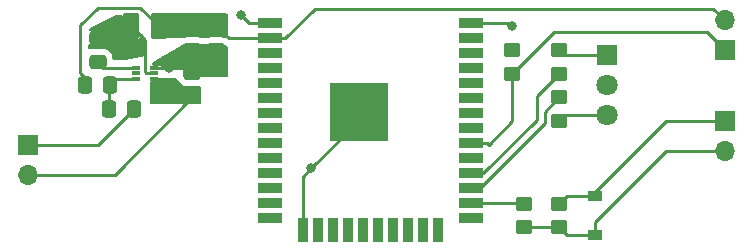
<source format=gbr>
%TF.GenerationSoftware,KiCad,Pcbnew,6.0.8-f2edbf62ab~116~ubuntu22.04.1*%
%TF.CreationDate,2022-10-16T01:51:03-07:00*%
%TF.ProjectId,bracelet-pcb,62726163-656c-4657-942d-7063622e6b69,rev?*%
%TF.SameCoordinates,Original*%
%TF.FileFunction,Copper,L1,Top*%
%TF.FilePolarity,Positive*%
%FSLAX46Y46*%
G04 Gerber Fmt 4.6, Leading zero omitted, Abs format (unit mm)*
G04 Created by KiCad (PCBNEW 6.0.8-f2edbf62ab~116~ubuntu22.04.1) date 2022-10-16 01:51:03*
%MOMM*%
%LPD*%
G01*
G04 APERTURE LIST*
G04 Aperture macros list*
%AMRoundRect*
0 Rectangle with rounded corners*
0 $1 Rounding radius*
0 $2 $3 $4 $5 $6 $7 $8 $9 X,Y pos of 4 corners*
0 Add a 4 corners polygon primitive as box body*
4,1,4,$2,$3,$4,$5,$6,$7,$8,$9,$2,$3,0*
0 Add four circle primitives for the rounded corners*
1,1,$1+$1,$2,$3*
1,1,$1+$1,$4,$5*
1,1,$1+$1,$6,$7*
1,1,$1+$1,$8,$9*
0 Add four rect primitives between the rounded corners*
20,1,$1+$1,$2,$3,$4,$5,0*
20,1,$1+$1,$4,$5,$6,$7,0*
20,1,$1+$1,$6,$7,$8,$9,0*
20,1,$1+$1,$8,$9,$2,$3,0*%
G04 Aperture macros list end*
%TA.AperFunction,SMDPad,CuDef*%
%ADD10RoundRect,0.250000X0.450000X-0.350000X0.450000X0.350000X-0.450000X0.350000X-0.450000X-0.350000X0*%
%TD*%
%TA.AperFunction,SMDPad,CuDef*%
%ADD11RoundRect,0.250000X-0.450000X0.350000X-0.450000X-0.350000X0.450000X-0.350000X0.450000X0.350000X0*%
%TD*%
%TA.AperFunction,SMDPad,CuDef*%
%ADD12R,1.200000X0.900000*%
%TD*%
%TA.AperFunction,ComponentPad*%
%ADD13O,1.700000X1.700000*%
%TD*%
%TA.AperFunction,ComponentPad*%
%ADD14R,1.700000X1.700000*%
%TD*%
%TA.AperFunction,SMDPad,CuDef*%
%ADD15R,2.000000X0.900000*%
%TD*%
%TA.AperFunction,SMDPad,CuDef*%
%ADD16R,0.900000X2.000000*%
%TD*%
%TA.AperFunction,SMDPad,CuDef*%
%ADD17R,5.000000X5.000000*%
%TD*%
%TA.AperFunction,SMDPad,CuDef*%
%ADD18R,0.700000X0.340000*%
%TD*%
%TA.AperFunction,SMDPad,CuDef*%
%ADD19RoundRect,0.250000X-0.337500X-0.475000X0.337500X-0.475000X0.337500X0.475000X-0.337500X0.475000X0*%
%TD*%
%TA.AperFunction,SMDPad,CuDef*%
%ADD20RoundRect,0.250001X-0.462499X-0.849999X0.462499X-0.849999X0.462499X0.849999X-0.462499X0.849999X0*%
%TD*%
%TA.AperFunction,ComponentPad*%
%ADD21R,1.800000X1.800000*%
%TD*%
%TA.AperFunction,ComponentPad*%
%ADD22C,1.800000*%
%TD*%
%TA.AperFunction,SMDPad,CuDef*%
%ADD23RoundRect,0.250000X-0.475000X0.337500X-0.475000X-0.337500X0.475000X-0.337500X0.475000X0.337500X0*%
%TD*%
%TA.AperFunction,SMDPad,CuDef*%
%ADD24RoundRect,0.250000X0.475000X-0.337500X0.475000X0.337500X-0.475000X0.337500X-0.475000X-0.337500X0*%
%TD*%
%TA.AperFunction,ViaPad*%
%ADD25C,0.800000*%
%TD*%
%TA.AperFunction,Conductor*%
%ADD26C,0.250000*%
%TD*%
G04 APERTURE END LIST*
D10*
%TO.P,R7,1*%
%TO.N,Net-(U2-Pad30)*%
X139000000Y-113000000D03*
%TO.P,R7,2*%
%TO.N,GND*%
X139000000Y-111000000D03*
%TD*%
%TO.P,R6,1*%
%TO.N,Net-(R5-Pad2)*%
X143000000Y-126000000D03*
%TO.P,R6,2*%
%TO.N,GND*%
X143000000Y-124000000D03*
%TD*%
D11*
%TO.P,R5,1*%
%TO.N,Net-(U2-Pad26)*%
X140000000Y-124000000D03*
%TO.P,R5,2*%
%TO.N,Net-(R5-Pad2)*%
X140000000Y-126000000D03*
%TD*%
D12*
%TO.P,D2,1,K*%
%TO.N,Net-(R5-Pad2)*%
X146000000Y-126650000D03*
%TO.P,D2,2,A*%
%TO.N,GND*%
X146000000Y-123350000D03*
%TD*%
D13*
%TO.P,J3,2,Pin_2*%
%TO.N,+3.3V*%
X157000000Y-108460000D03*
D14*
%TO.P,J3,1,Pin_1*%
%TO.N,Net-(U2-Pad30)*%
X157000000Y-111000000D03*
%TD*%
D13*
%TO.P,J2,2,Pin_2*%
%TO.N,Net-(R5-Pad2)*%
X157000000Y-119540000D03*
D14*
%TO.P,J2,1,Pin_1*%
%TO.N,GND*%
X157000000Y-117000000D03*
%TD*%
%TO.P,J1,1,Pin_1*%
%TO.N,GND*%
X98000000Y-119000000D03*
D13*
%TO.P,J1,2,Pin_2*%
%TO.N,+9V*%
X98000000Y-121540000D03*
%TD*%
D15*
%TO.P,U2,1,GND*%
%TO.N,GND*%
X118500000Y-108745000D03*
%TO.P,U2,2,VDD*%
%TO.N,+3.3V*%
X118500000Y-110015000D03*
%TO.P,U2,3,EN*%
%TO.N,unconnected-(U2-Pad3)*%
X118500000Y-111285000D03*
%TO.P,U2,4,SENSOR_VP*%
%TO.N,unconnected-(U2-Pad4)*%
X118500000Y-112555000D03*
%TO.P,U2,5,SENSOR_VN*%
%TO.N,unconnected-(U2-Pad5)*%
X118500000Y-113825000D03*
%TO.P,U2,6,IO34*%
%TO.N,unconnected-(U2-Pad6)*%
X118500000Y-115095000D03*
%TO.P,U2,7,IO35*%
%TO.N,unconnected-(U2-Pad7)*%
X118500000Y-116365000D03*
%TO.P,U2,8,IO32*%
%TO.N,unconnected-(U2-Pad8)*%
X118500000Y-117635000D03*
%TO.P,U2,9,IO33*%
%TO.N,unconnected-(U2-Pad9)*%
X118500000Y-118905000D03*
%TO.P,U2,10,IO25*%
%TO.N,unconnected-(U2-Pad10)*%
X118500000Y-120175000D03*
%TO.P,U2,11,IO26*%
%TO.N,unconnected-(U2-Pad11)*%
X118500000Y-121445000D03*
%TO.P,U2,12,IO27*%
%TO.N,unconnected-(U2-Pad12)*%
X118500000Y-122715000D03*
%TO.P,U2,13,IO14*%
%TO.N,unconnected-(U2-Pad13)*%
X118500000Y-123985000D03*
%TO.P,U2,14,IO12*%
%TO.N,unconnected-(U2-Pad14)*%
X118500000Y-125255000D03*
D16*
%TO.P,U2,15,GND*%
%TO.N,GND*%
X121285000Y-126255000D03*
%TO.P,U2,16,IO13*%
%TO.N,unconnected-(U2-Pad16)*%
X122555000Y-126255000D03*
%TO.P,U2,17,SHD/SD2*%
%TO.N,unconnected-(U2-Pad17)*%
X123825000Y-126255000D03*
%TO.P,U2,18,SWP/SD3*%
%TO.N,unconnected-(U2-Pad18)*%
X125095000Y-126255000D03*
%TO.P,U2,19,SCS/CMD*%
%TO.N,unconnected-(U2-Pad19)*%
X126365000Y-126255000D03*
%TO.P,U2,20,SCK/CLK*%
%TO.N,unconnected-(U2-Pad20)*%
X127635000Y-126255000D03*
%TO.P,U2,21,SDO/SD0*%
%TO.N,unconnected-(U2-Pad21)*%
X128905000Y-126255000D03*
%TO.P,U2,22,SDI/SD1*%
%TO.N,unconnected-(U2-Pad22)*%
X130175000Y-126255000D03*
%TO.P,U2,23,IO15*%
%TO.N,unconnected-(U2-Pad23)*%
X131445000Y-126255000D03*
%TO.P,U2,24,IO2*%
%TO.N,unconnected-(U2-Pad24)*%
X132715000Y-126255000D03*
D15*
%TO.P,U2,25,IO0*%
%TO.N,unconnected-(U2-Pad25)*%
X135500000Y-125255000D03*
%TO.P,U2,26,IO4*%
%TO.N,Net-(U2-Pad26)*%
X135500000Y-123985000D03*
%TO.P,U2,27,IO16*%
%TO.N,Net-(R3-Pad2)*%
X135500000Y-122715000D03*
%TO.P,U2,28,IO17*%
%TO.N,Net-(R4-Pad1)*%
X135500000Y-121445000D03*
%TO.P,U2,29,IO5*%
%TO.N,unconnected-(U2-Pad29)*%
X135500000Y-120175000D03*
%TO.P,U2,30,IO18*%
%TO.N,Net-(U2-Pad30)*%
X135500000Y-118905000D03*
%TO.P,U2,31,IO19*%
%TO.N,unconnected-(U2-Pad31)*%
X135500000Y-117635000D03*
%TO.P,U2,32,NC*%
%TO.N,unconnected-(U2-Pad32)*%
X135500000Y-116365000D03*
%TO.P,U2,33,IO21*%
%TO.N,unconnected-(U2-Pad33)*%
X135500000Y-115095000D03*
%TO.P,U2,34,RXD0/IO3*%
%TO.N,unconnected-(U2-Pad34)*%
X135500000Y-113825000D03*
%TO.P,U2,35,TXD0/IO1*%
%TO.N,unconnected-(U2-Pad35)*%
X135500000Y-112555000D03*
%TO.P,U2,36,IO22*%
%TO.N,unconnected-(U2-Pad36)*%
X135500000Y-111285000D03*
%TO.P,U2,37,IO23*%
%TO.N,unconnected-(U2-Pad37)*%
X135500000Y-110015000D03*
%TO.P,U2,38,GND*%
%TO.N,GND*%
X135500000Y-108745000D03*
D17*
%TO.P,U2,39,GND*%
X126000000Y-116245000D03*
%TD*%
D18*
%TO.P,U1,6,FB*%
%TO.N,Net-(R1-Pad2)*%
X107166120Y-113475000D03*
%TO.P,U1,5,EN*%
%TO.N,unconnected-(U1-Pad5)*%
X107166120Y-112975000D03*
%TO.P,U1,4,BST*%
%TO.N,Net-(C4-Pad2)*%
X107166120Y-112475000D03*
%TO.P,U1,3,GND*%
%TO.N,GND*%
X108666120Y-112475000D03*
%TO.P,U1,2,SW*%
%TO.N,Net-(C4-Pad1)*%
X108666120Y-112975000D03*
%TO.P,U1,1,VIN*%
%TO.N,+9V*%
X108666120Y-113475000D03*
%TD*%
D10*
%TO.P,R4,1*%
%TO.N,Net-(R4-Pad1)*%
X143000000Y-113000000D03*
%TO.P,R4,2*%
%TO.N,Net-(D1-Pad1)*%
X143000000Y-111000000D03*
%TD*%
%TO.P,R3,1*%
%TO.N,Net-(D1-Pad3)*%
X143000000Y-117000000D03*
%TO.P,R3,2*%
%TO.N,Net-(R3-Pad2)*%
X143000000Y-115000000D03*
%TD*%
D19*
%TO.P,R2,2*%
%TO.N,GND*%
X106953620Y-115975000D03*
%TO.P,R2,1*%
%TO.N,Net-(R1-Pad2)*%
X104878620Y-115975000D03*
%TD*%
%TO.P,R1,2*%
%TO.N,Net-(R1-Pad2)*%
X104916120Y-113975000D03*
%TO.P,R1,1*%
%TO.N,+3.3V*%
X102841120Y-113975000D03*
%TD*%
D20*
%TO.P,L1,2,2*%
%TO.N,+3.3V*%
X109078620Y-108975000D03*
%TO.P,L1,1,1*%
%TO.N,Net-(C4-Pad1)*%
X106753620Y-108975000D03*
%TD*%
D21*
%TO.P,D1,1,A1*%
%TO.N,Net-(D1-Pad1)*%
X147000000Y-111450000D03*
D22*
%TO.P,D1,2,K*%
%TO.N,GND*%
X147000000Y-113990000D03*
%TO.P,D1,3,A2*%
%TO.N,Net-(D1-Pad3)*%
X147000000Y-116530000D03*
%TD*%
D23*
%TO.P,C4,2*%
%TO.N,Net-(C4-Pad2)*%
X103916120Y-112012500D03*
%TO.P,C4,1*%
%TO.N,Net-(C4-Pad1)*%
X103916120Y-109937500D03*
%TD*%
%TO.P,C3,2*%
%TO.N,GND*%
X111916120Y-111012500D03*
%TO.P,C3,1*%
%TO.N,+3.3V*%
X111916120Y-108937500D03*
%TD*%
%TO.P,C2,2*%
%TO.N,GND*%
X113916120Y-111012500D03*
%TO.P,C2,1*%
%TO.N,+3.3V*%
X113916120Y-108937500D03*
%TD*%
D24*
%TO.P,C1,2*%
%TO.N,GND*%
X111916120Y-112937500D03*
%TO.P,C1,1*%
%TO.N,+9V*%
X111916120Y-115012500D03*
%TD*%
D25*
%TO.N,GND*%
X139000000Y-109000000D03*
X116000000Y-108000000D03*
X122000000Y-121000000D03*
X109941120Y-112475000D03*
%TD*%
D26*
%TO.N,Net-(U2-Pad30)*%
X142500000Y-109500000D02*
X139400000Y-112600000D01*
X139400000Y-112600000D02*
X139400000Y-113165685D01*
X139400000Y-113165685D02*
X139282842Y-113282843D01*
X135500000Y-118905000D02*
X136905000Y-118905000D01*
X136905000Y-118905000D02*
X137000000Y-119000000D01*
X137000000Y-119000000D02*
X139000000Y-117000000D01*
X139000000Y-117000000D02*
X139000000Y-113565685D01*
X139000000Y-113565685D02*
X139282843Y-113282842D01*
X142500000Y-109500000D02*
X155500000Y-109500000D01*
X155500000Y-109500000D02*
X157000000Y-111000000D01*
%TO.N,+3.3V*%
X157000000Y-108460000D02*
X156040000Y-107500000D01*
X156040000Y-107500000D02*
X122265000Y-107500000D01*
X122265000Y-107500000D02*
X119750000Y-110015000D01*
X119750000Y-110015000D02*
X118500000Y-110015000D01*
%TO.N,Net-(R5-Pad2)*%
X152000000Y-119540000D02*
X157000000Y-119540000D01*
%TO.N,GND*%
X152000000Y-117000000D02*
X157000000Y-117000000D01*
%TO.N,+9V*%
X111916120Y-115012500D02*
X105388620Y-121540000D01*
X105388620Y-121540000D02*
X98000000Y-121540000D01*
%TO.N,GND*%
X106953620Y-115975000D02*
X103928620Y-119000000D01*
X103928620Y-119000000D02*
X98000000Y-119000000D01*
%TO.N,+3.3V*%
X113916120Y-108937500D02*
X114993620Y-110015000D01*
X114993620Y-110015000D02*
X118500000Y-110015000D01*
%TO.N,GND*%
X146000000Y-123350000D02*
X146000000Y-123000000D01*
X146000000Y-123000000D02*
X152000000Y-117000000D01*
X143000000Y-124000000D02*
X143650000Y-123350000D01*
X143650000Y-123350000D02*
X146000000Y-123350000D01*
%TO.N,Net-(R5-Pad2)*%
X146000000Y-126650000D02*
X146000000Y-125540000D01*
X146000000Y-125540000D02*
X152000000Y-119540000D01*
X143000000Y-126000000D02*
X143650000Y-126650000D01*
X143650000Y-126650000D02*
X146000000Y-126650000D01*
X140000000Y-126000000D02*
X143000000Y-126000000D01*
%TO.N,Net-(U2-Pad26)*%
X135500000Y-123985000D02*
X139985000Y-123985000D01*
X139985000Y-123985000D02*
X140000000Y-124000000D01*
%TO.N,Net-(R4-Pad1)*%
X143000000Y-113000000D02*
X141100000Y-114900000D01*
X141100000Y-114900000D02*
X141100000Y-116900000D01*
X141100000Y-116900000D02*
X136555000Y-121445000D01*
X136555000Y-121445000D02*
X135500000Y-121445000D01*
%TO.N,Net-(R3-Pad2)*%
X143000000Y-115000000D02*
X141800000Y-116200000D01*
X141800000Y-116200000D02*
X141800000Y-117200000D01*
X141800000Y-117200000D02*
X136285000Y-122715000D01*
X136285000Y-122715000D02*
X135500000Y-122715000D01*
%TO.N,Net-(D1-Pad3)*%
X143000000Y-117000000D02*
X143470000Y-116530000D01*
X143470000Y-116530000D02*
X147000000Y-116530000D01*
%TO.N,Net-(D1-Pad1)*%
X143000000Y-111000000D02*
X143450000Y-111450000D01*
X143450000Y-111450000D02*
X147000000Y-111450000D01*
%TO.N,GND*%
X139000000Y-109000000D02*
X138745000Y-108745000D01*
X138745000Y-108745000D02*
X135500000Y-108745000D01*
X126000000Y-116245000D02*
X126000000Y-117000000D01*
X126000000Y-117000000D02*
X122000000Y-121000000D01*
X121285000Y-126255000D02*
X121285000Y-121715000D01*
X121285000Y-121715000D02*
X122000000Y-121000000D01*
X118500000Y-108745000D02*
X116745000Y-108745000D01*
X116745000Y-108745000D02*
X116000000Y-108000000D01*
X109941120Y-112475000D02*
X111453620Y-112475000D01*
X108666120Y-112475000D02*
X109941120Y-112475000D01*
%TO.N,+3.3V*%
X102841120Y-113975000D02*
X102841120Y-113325000D01*
X102841120Y-113325000D02*
X102416120Y-112900000D01*
X102416120Y-112900000D02*
X102416120Y-108900000D01*
X102416120Y-108900000D02*
X103916120Y-107400000D01*
X103916120Y-107400000D02*
X107503620Y-107400000D01*
X107503620Y-107400000D02*
X109078620Y-108975000D01*
%TO.N,+9V*%
X111916120Y-115012500D02*
X110378620Y-113475000D01*
X110378620Y-113475000D02*
X108666120Y-113475000D01*
%TO.N,GND*%
X111453620Y-112475000D02*
X111916120Y-112937500D01*
X111916120Y-111012500D02*
X111916120Y-112937500D01*
X113916120Y-111012500D02*
X111916120Y-111012500D01*
%TO.N,+3.3V*%
X111916120Y-108937500D02*
X113916120Y-108937500D01*
X109078620Y-108975000D02*
X111878620Y-108975000D01*
X111878620Y-108975000D02*
X111916120Y-108937500D01*
%TO.N,Net-(C4-Pad1)*%
X106753620Y-108975000D02*
X104878620Y-108975000D01*
X104878620Y-108975000D02*
X103916120Y-109937500D01*
X108666120Y-112975000D02*
X107996120Y-112975000D01*
X107996120Y-112975000D02*
X107916120Y-112895000D01*
X107916120Y-112895000D02*
X107916120Y-110137500D01*
X107916120Y-110137500D02*
X106753620Y-108975000D01*
%TO.N,Net-(C4-Pad2)*%
X107166120Y-112475000D02*
X104378620Y-112475000D01*
X104378620Y-112475000D02*
X103916120Y-112012500D01*
%TO.N,Net-(R1-Pad2)*%
X107166120Y-113475000D02*
X105416120Y-113475000D01*
X105416120Y-113475000D02*
X104916120Y-113975000D01*
X104878620Y-115975000D02*
X104878620Y-114012500D01*
X104878620Y-114012500D02*
X104916120Y-113975000D01*
%TD*%
%TA.AperFunction,Conductor*%
%TO.N,Net-(C4-Pad1)*%
G36*
X105983241Y-108045502D02*
G01*
X106029734Y-108099158D01*
X106041120Y-108151500D01*
X106041120Y-108702885D01*
X106045595Y-108718124D01*
X106046985Y-108719329D01*
X106054668Y-108721000D01*
X106881620Y-108721000D01*
X106949741Y-108741002D01*
X106996234Y-108794658D01*
X107007620Y-108847000D01*
X107007620Y-110056884D01*
X107012095Y-110072123D01*
X107013485Y-110073328D01*
X107021168Y-110074999D01*
X107234554Y-110074999D01*
X107246814Y-110073791D01*
X107301490Y-110062917D01*
X107323986Y-110053599D01*
X107386044Y-110012133D01*
X107403253Y-109994924D01*
X107444720Y-109932864D01*
X107454036Y-109910373D01*
X107464913Y-109855691D01*
X107466120Y-109843436D01*
X107466120Y-109706811D01*
X107486122Y-109638690D01*
X107539778Y-109592197D01*
X107610052Y-109582093D01*
X107674632Y-109611587D01*
X107713016Y-109671313D01*
X107716120Y-109681885D01*
X107716120Y-109700000D01*
X107831067Y-109814947D01*
X107865093Y-109877259D01*
X107867299Y-109891039D01*
X107876479Y-109979518D01*
X107931864Y-110145528D01*
X107961347Y-110193171D01*
X107997264Y-110251213D01*
X108016120Y-110317516D01*
X108016120Y-111395922D01*
X107996118Y-111464043D01*
X107942462Y-111510536D01*
X107913917Y-111519655D01*
X106697196Y-111753639D01*
X106210508Y-111847233D01*
X106186713Y-111849500D01*
X105317810Y-111849500D01*
X105249689Y-111829498D01*
X105228715Y-111812595D01*
X105178525Y-111762405D01*
X105144499Y-111700093D01*
X105141620Y-111673310D01*
X105141620Y-111625134D01*
X105130761Y-111520481D01*
X105075376Y-111354471D01*
X104983286Y-111205655D01*
X104859431Y-111082016D01*
X104710454Y-110990186D01*
X104703505Y-110987881D01*
X104550879Y-110937256D01*
X104550877Y-110937255D01*
X104544348Y-110935090D01*
X104440986Y-110924500D01*
X103391254Y-110924500D01*
X103388008Y-110924837D01*
X103388004Y-110924837D01*
X103293459Y-110934647D01*
X103293455Y-110934648D01*
X103286601Y-110935359D01*
X103280064Y-110937540D01*
X103273322Y-110938996D01*
X103272940Y-110937226D01*
X103211038Y-110939477D01*
X103149957Y-110903289D01*
X103118136Y-110839823D01*
X103116120Y-110817371D01*
X103116120Y-110594244D01*
X103136122Y-110526123D01*
X103189778Y-110479630D01*
X103260052Y-110469526D01*
X103312121Y-110489478D01*
X103333259Y-110503602D01*
X103355743Y-110512915D01*
X103410429Y-110523793D01*
X103422683Y-110525000D01*
X103644005Y-110525000D01*
X103659244Y-110520525D01*
X103660449Y-110519135D01*
X103662120Y-110511452D01*
X103662120Y-110506885D01*
X104170120Y-110506885D01*
X104174595Y-110522124D01*
X104175985Y-110523329D01*
X104183668Y-110525000D01*
X104409557Y-110525000D01*
X104421811Y-110523793D01*
X104476497Y-110512915D01*
X104498982Y-110503602D01*
X104561044Y-110462133D01*
X104578253Y-110444924D01*
X104619722Y-110382862D01*
X104629035Y-110360377D01*
X104639913Y-110305691D01*
X104641120Y-110293437D01*
X104641120Y-110209615D01*
X104636645Y-110194376D01*
X104635255Y-110193171D01*
X104627572Y-110191500D01*
X104188235Y-110191500D01*
X104172996Y-110195975D01*
X104171791Y-110197365D01*
X104170120Y-110205048D01*
X104170120Y-110506885D01*
X103662120Y-110506885D01*
X103662120Y-109843434D01*
X106041121Y-109843434D01*
X106042329Y-109855694D01*
X106053203Y-109910370D01*
X106062521Y-109932866D01*
X106103987Y-109994924D01*
X106121196Y-110012133D01*
X106183256Y-110053600D01*
X106205747Y-110062916D01*
X106260429Y-110073793D01*
X106272684Y-110075000D01*
X106481505Y-110075000D01*
X106496744Y-110070525D01*
X106497949Y-110069135D01*
X106499620Y-110061452D01*
X106499620Y-109247115D01*
X106495145Y-109231876D01*
X106493755Y-109230671D01*
X106486072Y-109229000D01*
X106059236Y-109229000D01*
X106043997Y-109233475D01*
X106042792Y-109234865D01*
X106041121Y-109242548D01*
X106041121Y-109843434D01*
X103662120Y-109843434D01*
X103662120Y-109665385D01*
X104170120Y-109665385D01*
X104174595Y-109680624D01*
X104175985Y-109681829D01*
X104183668Y-109683500D01*
X104623005Y-109683500D01*
X104638244Y-109679025D01*
X104639449Y-109677635D01*
X104641120Y-109669952D01*
X104641120Y-109581563D01*
X104639913Y-109569309D01*
X104629035Y-109514623D01*
X104619722Y-109492138D01*
X104578253Y-109430076D01*
X104561044Y-109412867D01*
X104498982Y-109371398D01*
X104476497Y-109362085D01*
X104421811Y-109351207D01*
X104409557Y-109350000D01*
X104188235Y-109350000D01*
X104172996Y-109354475D01*
X104171791Y-109355865D01*
X104170120Y-109363548D01*
X104170120Y-109665385D01*
X103662120Y-109665385D01*
X103662120Y-109368115D01*
X103657645Y-109352876D01*
X103656255Y-109351671D01*
X103648572Y-109350000D01*
X103422683Y-109350000D01*
X103410429Y-109351207D01*
X103355746Y-109362084D01*
X103349838Y-109364531D01*
X103279248Y-109372119D01*
X103215762Y-109340338D01*
X103179535Y-109279280D01*
X103182071Y-109208328D01*
X103222562Y-109150011D01*
X103245269Y-109135425D01*
X105438516Y-108038802D01*
X105494865Y-108025500D01*
X105915120Y-108025500D01*
X105983241Y-108045502D01*
G37*
%TD.AperFunction*%
%TD*%
%TA.AperFunction,Conductor*%
%TO.N,GND*%
G36*
X114621245Y-110523379D02*
G01*
X114623038Y-110525062D01*
X114629985Y-110528881D01*
X114640452Y-110534635D01*
X114656981Y-110545492D01*
X114672684Y-110557673D01*
X114712677Y-110574979D01*
X114723333Y-110580200D01*
X114754575Y-110597376D01*
X114754584Y-110597380D01*
X114761528Y-110601197D01*
X114769204Y-110603168D01*
X114769207Y-110603169D01*
X114780780Y-110606140D01*
X114799485Y-110612544D01*
X114817724Y-110620437D01*
X114825350Y-110621645D01*
X114885108Y-110659807D01*
X114914786Y-110724303D01*
X114916120Y-110742592D01*
X114916120Y-113124000D01*
X114896118Y-113192121D01*
X114842462Y-113238614D01*
X114790120Y-113250000D01*
X111562043Y-113250000D01*
X111493922Y-113229998D01*
X111462172Y-113200824D01*
X111455478Y-113192121D01*
X111000000Y-112600000D01*
X109551021Y-112600000D01*
X109482900Y-112579998D01*
X109450195Y-112549566D01*
X109373666Y-112447454D01*
X109366485Y-112442072D01*
X109266126Y-112366856D01*
X109266123Y-112366854D01*
X109258944Y-112361474D01*
X109169559Y-112327966D01*
X109132095Y-112313921D01*
X109132093Y-112313921D01*
X109124700Y-112311149D01*
X109116850Y-112310296D01*
X109116849Y-112310296D01*
X109066894Y-112304869D01*
X109066893Y-112304869D01*
X109063497Y-112304500D01*
X109049722Y-112304500D01*
X108667619Y-112304501D01*
X108599500Y-112284499D01*
X108553007Y-112230844D01*
X108541620Y-112178501D01*
X108541620Y-112125474D01*
X108561622Y-112057353D01*
X108604351Y-112016511D01*
X111186779Y-110517037D01*
X111250047Y-110500000D01*
X114549294Y-110500000D01*
X114621245Y-110523379D01*
G37*
%TD.AperFunction*%
%TD*%
%TA.AperFunction,Conductor*%
%TO.N,+3.3V*%
G36*
X114858241Y-107920002D02*
G01*
X114904734Y-107973658D01*
X114916120Y-108026000D01*
X114916120Y-109849491D01*
X114896118Y-109917612D01*
X114842462Y-109964105D01*
X114790612Y-109975490D01*
X114688201Y-109975890D01*
X114648041Y-109969484D01*
X114550879Y-109937256D01*
X114550877Y-109937255D01*
X114544348Y-109935090D01*
X114440986Y-109924500D01*
X113391254Y-109924500D01*
X113388008Y-109924837D01*
X113388004Y-109924837D01*
X113293459Y-109934647D01*
X113293455Y-109934648D01*
X113286601Y-109935359D01*
X113280065Y-109937540D01*
X113280063Y-109937540D01*
X113166241Y-109975514D01*
X113126857Y-109981989D01*
X112833869Y-109983134D01*
X112711480Y-109983612D01*
X112671321Y-109977206D01*
X112667354Y-109975890D01*
X112631824Y-109964105D01*
X112550879Y-109937256D01*
X112550877Y-109937255D01*
X112544348Y-109935090D01*
X112440986Y-109924500D01*
X111391254Y-109924500D01*
X111388008Y-109924837D01*
X111388004Y-109924837D01*
X111293459Y-109934647D01*
X111293455Y-109934648D01*
X111286601Y-109935359D01*
X111280065Y-109937540D01*
X111280063Y-109937540D01*
X111142546Y-109983419D01*
X111103162Y-109989894D01*
X109207328Y-109997300D01*
X108642612Y-109999506D01*
X108574414Y-109979770D01*
X108527712Y-109926297D01*
X108516120Y-109873507D01*
X108516120Y-108026000D01*
X108536122Y-107957879D01*
X108589778Y-107911386D01*
X108642120Y-107900000D01*
X114790120Y-107900000D01*
X114858241Y-107920002D01*
G37*
%TD.AperFunction*%
%TD*%
%TA.AperFunction,Conductor*%
%TO.N,+9V*%
G36*
X110273923Y-113420002D02*
G01*
X110284512Y-113427609D01*
X111000000Y-114000000D01*
X111222589Y-114000000D01*
X111262257Y-114006407D01*
X111281361Y-114012744D01*
X111281363Y-114012745D01*
X111287892Y-114014910D01*
X111391254Y-114025500D01*
X112440986Y-114025500D01*
X112444232Y-114025163D01*
X112444236Y-114025163D01*
X112468489Y-114022646D01*
X112477116Y-114021751D01*
X112546937Y-114034615D01*
X112598719Y-114083186D01*
X112616120Y-114147078D01*
X112616120Y-115474000D01*
X112596118Y-115542121D01*
X112542462Y-115588614D01*
X112490120Y-115600000D01*
X108442120Y-115600000D01*
X108373999Y-115579998D01*
X108327506Y-115526342D01*
X108316120Y-115474000D01*
X108316120Y-113771500D01*
X108336122Y-113703379D01*
X108389778Y-113656886D01*
X108442120Y-113645500D01*
X109048131Y-113645499D01*
X109063496Y-113645499D01*
X109066890Y-113645130D01*
X109066896Y-113645130D01*
X109116842Y-113639705D01*
X109116846Y-113639704D01*
X109124700Y-113638851D01*
X109258944Y-113588526D01*
X109266123Y-113583146D01*
X109266126Y-113583144D01*
X109366482Y-113507930D01*
X109373666Y-113502546D01*
X109412176Y-113451163D01*
X109412722Y-113450435D01*
X109469581Y-113407920D01*
X109513548Y-113400000D01*
X110205802Y-113400000D01*
X110273923Y-113420002D01*
G37*
%TD.AperFunction*%
%TD*%
M02*

</source>
